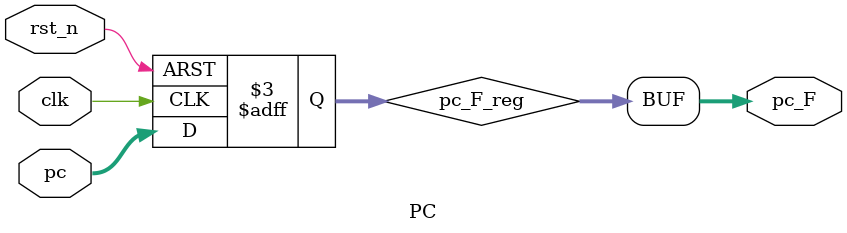
<source format=v>
module PC (pc, clk, rst_n, pc_F);
input [31:0] pc;
input clk, rst_n;
output [31:0] pc_F;
reg [31:0] pc_F_reg;
//delaying the pc with one clock cycle
always @(posedge clk or negedge rst_n) begin
    if(!rst_n) begin
        pc_F_reg<=0;
    end
    else begin
        pc_F_reg<=pc;
    end
end
assign pc_F = pc_F_reg;
endmodule
</source>
